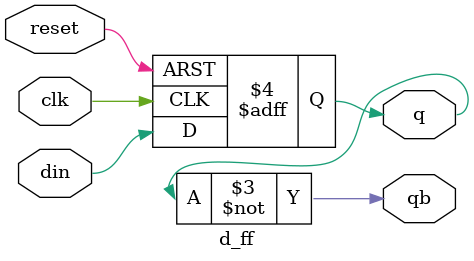
<source format=v>
module d_ff(din,clk,reset,q,qb);
input clk,reset,din;
output q,qb;
reg q;

always@(posedge clk or negedge reset)
begin
if(~reset)
q<=0;
else
q<=din;
end

assign qb = ~q;
endmodule

</source>
